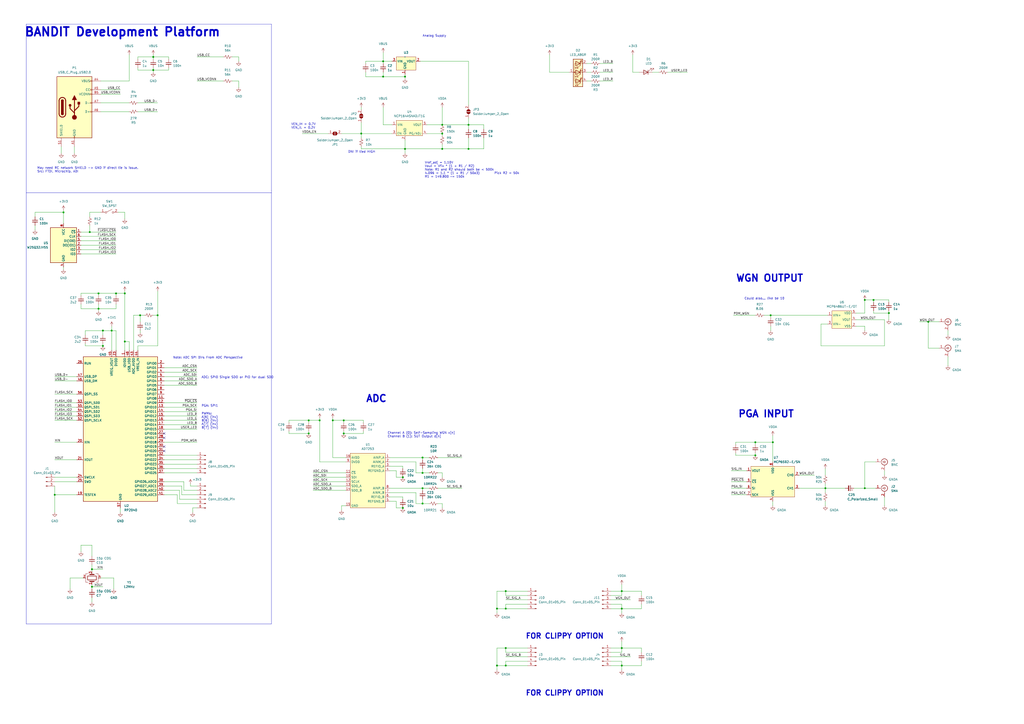
<source format=kicad_sch>
(kicad_sch (version 20230121) (generator eeschema)
  (paper "A2")
  (title_block (title "BANDIT Development Platform") (company "Team 9"))
  (junction (at 448.31 256.54))
  (junction (at 271.78 86.36))
  (junction (at 360.68 386.08))
  (junction (at 293.37 353.06))
  (junction (at 501.65 173.99))
  (junction (at 233.68 294.64))
  (junction (at 438.15 264.16))
  (junction (at 91.44 182.88))
  (junction (at 52.07 134.62))
  (junction (at 88.9 33.02))
  (junction (at 199.39 251.46))
  (junction (at 256.54 86.36))
  (junction (at 222.25 44.45))
  (junction (at 193.04 243.84))
  (junction (at 64.77 191.77))
  (junction (at 360.68 375.92))
  (junction (at 57.15 179.07))
  (junction (at 59.69 200.66))
  (junction (at 293.37 375.92))
  (junction (at 31.75 287.02))
  (junction (at 59.69 191.77))
  (junction (at 88.9 40.64))
  (junction (at 36.83 123.19))
  (junction (at 245.11 292.1))
  (junction (at 245.11 274.32))
  (junction (at 515.62 181.61))
  (junction (at 179.07 243.84))
  (junction (at 293.37 386.08))
  (junction (at 293.37 342.9))
  (junction (at 67.31 170.18))
  (junction (at 179.07 251.46))
  (junction (at 57.15 170.18))
  (junction (at 72.39 170.18))
  (junction (at 234.95 86.36))
  (junction (at 288.29 353.06))
  (junction (at 360.68 353.06))
  (junction (at 185.42 243.84))
  (junction (at 256.54 72.39))
  (junction (at 538.48 186.69))
  (junction (at 501.65 283.21))
  (junction (at 438.15 256.54))
  (junction (at 222.25 35.56))
  (junction (at 447.04 182.88))
  (junction (at 245.11 265.43))
  (junction (at 271.78 72.39))
  (junction (at 81.28 182.88))
  (junction (at 234.95 44.45))
  (junction (at 53.34 340.36))
  (junction (at 209.55 77.47))
  (junction (at 478.79 283.21))
  (junction (at 72.39 198.12))
  (junction (at 233.68 276.86))
  (junction (at 506.73 173.99))
  (junction (at 256.54 77.47))
  (junction (at 360.68 342.9))
  (junction (at 245.11 283.21))
  (junction (at 288.29 386.08))
  (junction (at 53.34 330.2))
  (junction (at 199.39 243.84))
  (no_connect (at 95.25 259.08))
  (no_connect (at 95.25 251.46))
  (no_connect (at 95.25 254))
  (no_connect (at 95.25 261.62))
  (wire (pts (xy 209.55 85.09) (xy 209.55 86.36)))
  (wire (pts (xy 95.25 274.32) (xy 114.3 274.32)))
  (wire (pts (xy 288.29 342.9) (xy 288.29 353.06)))
  (wire (pts (xy 360.68 355.6) (xy 360.68 353.06)))
  (wire (pts (xy 91.44 182.88) (xy 91.44 200.66)))
  (wire (pts (xy 438.15 256.54) (xy 426.72 256.54)))
  (wire (pts (xy 72.39 168.91) (xy 72.39 170.18)))
  (wire (pts (xy 95.25 233.68) (xy 114.3 233.68)))
  (wire (pts (xy 102.87 292.1) (xy 114.3 292.1)))
  (wire (pts (xy 425.45 182.88) (xy 438.15 182.88)))
  (wire (pts (xy 515.62 180.34) (xy 515.62 181.61)))
  (wire (pts (xy 360.68 375.92) (xy 354.33 375.92)))
  (wire (pts (xy 533.4 186.69) (xy 538.48 186.69)))
  (wire (pts (xy 271.78 86.36) (xy 280.67 86.36)))
  (wire (pts (xy 538.48 186.69) (xy 538.48 201.93)))
  (wire (pts (xy 52.07 130.81) (xy 52.07 134.62)))
  (wire (pts (xy 95.25 213.36) (xy 114.3 213.36)))
  (wire (pts (xy 167.64 243.84) (xy 179.07 243.84)))
  (wire (pts (xy 226.06 273.05) (xy 229.87 273.05)))
  (wire (pts (xy 36.83 123.19) (xy 36.83 129.54)))
  (wire (pts (xy 20.32 123.19) (xy 36.83 123.19)))
  (wire (pts (xy 234.95 86.36) (xy 234.95 88.9)))
  (wire (pts (xy 31.75 281.94) (xy 31.75 287.02)))
  (wire (pts (xy 138.43 46.99) (xy 134.62 46.99)))
  (wire (pts (xy 80.01 39.37) (xy 80.01 40.64)))
  (wire (pts (xy 226.06 267.97) (xy 241.3 267.97)))
  (wire (pts (xy 209.55 62.23) (xy 209.55 63.5)))
  (wire (pts (xy 538.48 201.93) (xy 544.83 201.93)))
  (wire (pts (xy 424.18 279.4) (xy 433.07 279.4)))
  (wire (pts (xy 226.06 265.43) (xy 245.11 265.43)))
  (wire (pts (xy 95.25 281.94) (xy 105.41 281.94)))
  (wire (pts (xy 72.39 198.12) (xy 72.39 203.2)))
  (wire (pts (xy 57.15 179.07) (xy 57.15 180.34)))
  (wire (pts (xy 288.29 353.06) (xy 293.37 353.06)))
  (wire (pts (xy 210.82 245.11) (xy 210.82 243.84)))
  (wire (pts (xy 447.04 189.23) (xy 447.04 191.77)))
  (wire (pts (xy 46.99 137.16) (xy 67.31 137.16)))
  (wire (pts (xy 46.99 147.32) (xy 67.31 147.32)))
  (wire (pts (xy 95.25 264.16) (xy 114.3 264.16)))
  (wire (pts (xy 222.25 35.56) (xy 212.09 35.56)))
  (wire (pts (xy 88.9 33.02) (xy 97.79 33.02)))
  (wire (pts (xy 64.77 191.77) (xy 64.77 203.2)))
  (wire (pts (xy 81.28 182.88) (xy 81.28 186.69)))
  (wire (pts (xy 360.68 388.62) (xy 360.68 386.08)))
  (wire (pts (xy 59.69 199.39) (xy 59.69 200.66)))
  (wire (pts (xy 49.53 191.77) (xy 59.69 191.77)))
  (wire (pts (xy 57.15 179.07) (xy 67.31 179.07)))
  (wire (pts (xy 198.12 77.47) (xy 209.55 77.47)))
  (wire (pts (xy 256.54 292.1) (xy 254 292.1)))
  (wire (pts (xy 72.39 127) (xy 72.39 123.19)))
  (wire (pts (xy 245.11 283.21) (xy 245.11 284.48)))
  (wire (pts (xy 111.76 294.64) (xy 114.3 294.64)))
  (wire (pts (xy 209.55 77.47) (xy 227.33 77.47)))
  (wire (pts (xy 209.55 71.12) (xy 209.55 77.47)))
  (wire (pts (xy 111.76 297.18) (xy 111.76 294.64)))
  (wire (pts (xy 222.25 44.45) (xy 234.95 44.45)))
  (wire (pts (xy 179.07 251.46) (xy 167.64 251.46)))
  (wire (pts (xy 340.36 36.83) (xy 342.9 36.83)))
  (wire (pts (xy 372.11 350.52) (xy 372.11 353.06)))
  (wire (pts (xy 370.84 41.91) (xy 367.03 41.91)))
  (wire (pts (xy 105.41 281.94) (xy 105.41 287.02)))
  (wire (pts (xy 448.31 290.83) (xy 448.31 293.37)))
  (wire (pts (xy 95.25 248.92) (xy 114.3 248.92)))
  (wire (pts (xy 53.34 330.2) (xy 53.34 331.47)))
  (wire (pts (xy 293.37 342.9) (xy 306.07 342.9)))
  (wire (pts (xy 447.04 182.88) (xy 447.04 184.15)))
  (wire (pts (xy 243.84 35.56) (xy 271.78 35.56)))
  (wire (pts (xy 245.11 283.21) (xy 248.92 283.21)))
  (wire (pts (xy 49.53 200.66) (xy 49.53 199.39)))
  (wire (pts (xy 293.37 381) (xy 306.07 381)))
  (wire (pts (xy 200.66 274.32) (xy 181.61 274.32)))
  (wire (pts (xy 241.3 274.32) (xy 241.3 267.97)))
  (wire (pts (xy 271.78 72.39) (xy 280.67 72.39)))
  (wire (pts (xy 88.9 33.02) (xy 88.9 34.29)))
  (wire (pts (xy 212.09 35.56) (xy 212.09 36.83)))
  (wire (pts (xy 360.68 353.06) (xy 354.33 353.06)))
  (wire (pts (xy 46.99 139.7) (xy 67.31 139.7)))
  (wire (pts (xy 95.25 223.52) (xy 114.3 223.52)))
  (wire (pts (xy 210.82 251.46) (xy 210.82 250.19)))
  (wire (pts (xy 513.08 200.66) (xy 476.25 200.66)))
  (wire (pts (xy 226.06 288.29) (xy 233.68 288.29)))
  (wire (pts (xy 247.65 77.47) (xy 256.54 77.47)))
  (wire (pts (xy 245.11 292.1) (xy 248.92 292.1)))
  (wire (pts (xy 59.69 194.31) (xy 59.69 191.77)))
  (wire (pts (xy 256.54 274.32) (xy 254 274.32)))
  (wire (pts (xy 424.18 273.05) (xy 433.07 273.05)))
  (wire (pts (xy 438.15 256.54) (xy 448.31 256.54)))
  (wire (pts (xy 53.34 327.66) (xy 53.34 330.2)))
  (wire (pts (xy 476.25 187.96) (xy 480.06 187.96)))
  (wire (pts (xy 80.01 33.02) (xy 88.9 33.02)))
  (wire (pts (xy 515.62 181.61) (xy 515.62 185.42)))
  (wire (pts (xy 40.64 335.28) (xy 48.26 335.28)))
  (wire (pts (xy 43.18 85.09) (xy 43.18 88.9)))
  (wire (pts (xy 53.34 330.2) (xy 59.69 330.2)))
  (wire (pts (xy 185.42 267.97) (xy 200.66 267.97)))
  (wire (pts (xy 53.34 339.09) (xy 53.34 340.36)))
  (wire (pts (xy 515.62 173.99) (xy 515.62 175.26)))
  (wire (pts (xy 67.31 171.45) (xy 67.31 170.18)))
  (wire (pts (xy 496.57 185.42) (xy 513.08 185.42)))
  (wire (pts (xy 360.68 350.52) (xy 360.68 353.06)))
  (wire (pts (xy 88.9 40.64) (xy 97.79 40.64)))
  (wire (pts (xy 104.14 284.48) (xy 95.25 284.48)))
  (wire (pts (xy 31.75 228.6) (xy 44.45 228.6)))
  (wire (pts (xy 167.64 245.11) (xy 167.64 243.84)))
  (wire (pts (xy 69.85 294.64) (xy 69.85 297.18)))
  (wire (pts (xy 31.75 218.44) (xy 44.45 218.44)))
  (wire (pts (xy 229.87 290.83) (xy 229.87 294.64)))
  (wire (pts (xy 95.25 243.84) (xy 114.3 243.84)))
  (wire (pts (xy 46.99 316.23) (xy 53.34 316.23)))
  (wire (pts (xy 378.46 41.91) (xy 382.27 41.91)))
  (wire (pts (xy 360.68 345.44) (xy 360.68 342.9)))
  (wire (pts (xy 102.87 287.02) (xy 102.87 292.1)))
  (wire (pts (xy 447.04 182.88) (xy 480.06 182.88)))
  (wire (pts (xy 288.29 375.92) (xy 293.37 375.92)))
  (wire (pts (xy 95.25 287.02) (xy 102.87 287.02)))
  (wire (pts (xy 372.11 345.44) (xy 372.11 342.9)))
  (wire (pts (xy 95.25 256.54) (xy 114.3 256.54)))
  (wire (pts (xy 501.65 191.77) (xy 501.65 189.23)))
  (wire (pts (xy 478.79 280.67) (xy 478.79 283.21)))
  (wire (pts (xy 293.37 353.06) (xy 306.07 353.06)))
  (wire (pts (xy 226.06 270.51) (xy 233.68 270.51)))
  (wire (pts (xy 67.31 179.07) (xy 67.31 176.53)))
  (wire (pts (xy 46.99 142.24) (xy 67.31 142.24)))
  (wire (pts (xy 513.08 273.05) (xy 513.08 275.59)))
  (wire (pts (xy 549.91 207.01) (xy 549.91 212.09)))
  (wire (pts (xy 200.66 276.86) (xy 181.61 276.86)))
  (wire (pts (xy 83.82 182.88) (xy 81.28 182.88)))
  (wire (pts (xy 199.39 251.46) (xy 210.82 251.46)))
  (wire (pts (xy 372.11 375.92) (xy 360.68 375.92)))
  (wire (pts (xy 57.15 170.18) (xy 57.15 171.45)))
  (wire (pts (xy 88.9 40.64) (xy 88.9 39.37)))
  (wire (pts (xy 114.3 46.99) (xy 129.54 46.99)))
  (wire (pts (xy 53.34 340.36) (xy 53.34 341.63)))
  (wire (pts (xy 200.66 284.48) (xy 181.61 284.48)))
  (wire (pts (xy 222.25 35.56) (xy 222.25 36.83)))
  (wire (pts (xy 57.15 179.07) (xy 46.99 179.07)))
  (wire (pts (xy 31.75 238.76) (xy 44.45 238.76)))
  (wire (pts (xy 245.11 289.56) (xy 245.11 292.1)))
  (wire (pts (xy 74.93 198.12) (xy 72.39 198.12)))
  (wire (pts (xy 426.72 262.89) (xy 426.72 264.16)))
  (wire (pts (xy 234.95 44.45) (xy 234.95 45.72)))
  (wire (pts (xy 478.79 271.78) (xy 478.79 275.59)))
  (wire (pts (xy 247.65 72.39) (xy 256.54 72.39)))
  (wire (pts (xy 31.75 243.84) (xy 44.45 243.84)))
  (wire (pts (xy 95.25 220.98) (xy 114.3 220.98)))
  (wire (pts (xy 360.68 342.9) (xy 354.33 342.9)))
  (wire (pts (xy 88.9 182.88) (xy 91.44 182.88)))
  (wire (pts (xy 288.29 375.92) (xy 288.29 386.08)))
  (wire (pts (xy 226.06 285.75) (xy 241.3 285.75)))
  (wire (pts (xy 74.93 203.2) (xy 74.93 198.12)))
  (wire (pts (xy 193.04 243.84) (xy 193.04 265.43)))
  (wire (pts (xy 80.01 40.64) (xy 88.9 40.64)))
  (wire (pts (xy 88.9 31.75) (xy 88.9 33.02)))
  (wire (pts (xy 293.37 375.92) (xy 293.37 378.46)))
  (wire (pts (xy 271.78 74.93) (xy 271.78 72.39)))
  (wire (pts (xy 66.04 341.63) (xy 66.04 335.28)))
  (wire (pts (xy 288.29 355.6) (xy 288.29 353.06)))
  (wire (pts (xy 347.98 46.99) (xy 355.6 46.99)))
  (wire (pts (xy 443.23 182.88) (xy 447.04 182.88)))
  (wire (pts (xy 95.25 238.76) (xy 114.3 238.76)))
  (wire (pts (xy 31.75 276.86) (xy 44.45 276.86)))
  (wire (pts (xy 354.33 378.46) (xy 360.68 378.46)))
  (wire (pts (xy 36.83 154.94) (xy 36.83 156.21)))
  (wire (pts (xy 360.68 339.09) (xy 360.68 342.9)))
  (wire (pts (xy 53.34 316.23) (xy 53.34 322.58)))
  (wire (pts (xy 198.12 293.37) (xy 200.66 293.37)))
  (wire (pts (xy 506.73 181.61) (xy 506.73 180.34)))
  (wire (pts (xy 46.99 134.62) (xy 52.07 134.62)))
  (wire (pts (xy 340.36 41.91) (xy 342.9 41.91)))
  (wire (pts (xy 31.75 256.54) (xy 44.45 256.54)))
  (wire (pts (xy 49.53 194.31) (xy 49.53 191.77)))
  (wire (pts (xy 513.08 288.29) (xy 513.08 293.37)))
  (wire (pts (xy 478.79 290.83) (xy 478.79 293.37)))
  (wire (pts (xy 245.11 265.43) (xy 248.92 265.43)))
  (wire (pts (xy 40.64 341.63) (xy 40.64 335.28)))
  (wire (pts (xy 179.07 250.19) (xy 179.07 251.46)))
  (wire (pts (xy 233.68 289.56) (xy 233.68 288.29)))
  (polyline (pts (xy 15.24 111.76) (xy 157.48 111.76)))
  (wire (pts (xy 229.87 273.05) (xy 229.87 276.86)))
  (polyline (pts (xy 157.48 361.95) (xy 157.48 111.76)))
  (wire (pts (xy 114.3 284.48) (xy 106.68 284.48)))
  (wire (pts (xy 372.11 383.54) (xy 372.11 386.08)))
  (wire (pts (xy 318.77 31.75) (xy 318.77 41.91)))
  (wire (pts (xy 64.77 191.77) (xy 67.31 191.77)))
  (wire (pts (xy 245.11 265.43) (xy 245.11 266.7)))
  (wire (pts (xy 81.28 182.88) (xy 77.47 182.88)))
  (wire (pts (xy 426.72 257.81) (xy 426.72 256.54)))
  (wire (pts (xy 254 265.43) (xy 267.97 265.43)))
  (wire (pts (xy 212.09 41.91) (xy 212.09 44.45)))
  (wire (pts (xy 360.68 383.54) (xy 360.68 386.08)))
  (wire (pts (xy 241.3 292.1) (xy 245.11 292.1)))
  (wire (pts (xy 501.65 173.99) (xy 501.65 181.61)))
  (wire (pts (xy 293.37 383.54) (xy 306.07 383.54)))
  (wire (pts (xy 233.68 271.78) (xy 233.68 270.51)))
  (wire (pts (xy 31.75 220.98) (xy 44.45 220.98)))
  (wire (pts (xy 288.29 342.9) (xy 293.37 342.9)))
  (wire (pts (xy 271.78 72.39) (xy 256.54 72.39)))
  (wire (pts (xy 200.66 281.94) (xy 181.61 281.94)))
  (wire (pts (xy 271.78 68.58) (xy 271.78 72.39)))
  (wire (pts (xy 95.25 246.38) (xy 114.3 246.38)))
  (wire (pts (xy 234.95 43.18) (xy 234.95 44.45)))
  (wire (pts (xy 72.39 123.19) (xy 68.58 123.19)))
  (wire (pts (xy 222.25 62.23) (xy 222.25 72.39)))
  (wire (pts (xy 199.39 250.19) (xy 199.39 251.46)))
  (wire (pts (xy 293.37 383.54) (xy 293.37 386.08)))
  (wire (pts (xy 74.93 46.99) (xy 58.42 46.99)))
  (wire (pts (xy 256.54 77.47) (xy 256.54 78.74)))
  (wire (pts (xy 80.01 200.66) (xy 80.01 203.2)))
  (wire (pts (xy 31.75 266.7) (xy 44.45 266.7)))
  (wire (pts (xy 256.54 86.36) (xy 234.95 86.36)))
  (wire (pts (xy 424.18 283.21) (xy 433.07 283.21)))
  (wire (pts (xy 241.3 292.1) (xy 241.3 285.75)))
  (wire (pts (xy 478.79 283.21) (xy 490.22 283.21)))
  (wire (pts (xy 354.33 381) (xy 365.76 381)))
  (wire (pts (xy 31.75 233.68) (xy 44.45 233.68)))
  (wire (pts (xy 347.98 41.91) (xy 355.6 41.91)))
  (wire (pts (xy 476.25 200.66) (xy 476.25 187.96)))
  (wire (pts (xy 46.99 320.04) (xy 46.99 316.23)))
  (wire (pts (xy 354.33 383.54) (xy 360.68 383.54)))
  (wire (pts (xy 179.07 245.11) (xy 179.07 243.84)))
  (wire (pts (xy 95.25 269.24) (xy 114.3 269.24)))
  (wire (pts (xy 501.65 283.21) (xy 508 283.21)))
  (wire (pts (xy 179.07 243.84) (xy 185.42 243.84)))
  (wire (pts (xy 80.01 64.77) (xy 91.44 64.77)))
  (wire (pts (xy 438.15 257.81) (xy 438.15 256.54)))
  (wire (pts (xy 31.75 236.22) (xy 44.45 236.22)))
  (wire (pts (xy 256.54 62.23) (xy 256.54 72.39)))
  (wire (pts (xy 254 283.21) (xy 267.97 283.21)))
  (wire (pts (xy 280.67 72.39) (xy 280.67 74.93)))
  (wire (pts (xy 31.75 279.4) (xy 44.45 279.4)))
  (wire (pts (xy 199.39 243.84) (xy 193.04 243.84)))
  (wire (pts (xy 229.87 294.64) (xy 233.68 294.64)))
  (wire (pts (xy 229.87 276.86) (xy 233.68 276.86)))
  (wire (pts (xy 58.42 52.07) (xy 69.85 52.07)))
  (wire (pts (xy 77.47 182.88) (xy 77.47 203.2)))
  (wire (pts (xy 81.28 191.77) (xy 81.28 193.04)))
  (wire (pts (xy 424.18 287.02) (xy 433.07 287.02)))
  (wire (pts (xy 245.11 274.32) (xy 248.92 274.32)))
  (wire (pts (xy 506.73 173.99) (xy 515.62 173.99)))
  (polyline (pts (xy 157.48 13.97) (xy 157.48 110.49)))
  (polyline (pts (xy 15.24 111.76) (xy 15.24 13.97)))
  (wire (pts (xy 67.31 170.18) (xy 72.39 170.18)))
  (wire (pts (xy 74.93 31.75) (xy 74.93 46.99)))
  (wire (pts (xy 222.25 41.91) (xy 222.25 44.45)))
  (wire (pts (xy 209.55 86.36) (xy 234.95 86.36)))
  (wire (pts (xy 256.54 294.64) (xy 256.54 292.1)))
  (wire (pts (xy 95.25 215.9) (xy 114.3 215.9)))
  (wire (pts (xy 52.07 134.62) (xy 67.31 134.62)))
  (wire (pts (xy 31.75 241.3) (xy 44.45 241.3)))
  (wire (pts (xy 234.95 81.28) (xy 234.95 86.36)))
  (wire (pts (xy 88.9 40.64) (xy 88.9 41.91)))
  (wire (pts (xy 20.32 125.73) (xy 20.32 123.19)))
  (wire (pts (xy 501.65 189.23) (xy 496.57 189.23)))
  (wire (pts (xy 58.42 54.61) (xy 69.85 54.61)))
  (wire (pts (xy 46.99 144.78) (xy 67.31 144.78)))
  (wire (pts (xy 241.3 274.32) (xy 245.11 274.32)))
  (wire (pts (xy 185.42 242.57) (xy 185.42 243.84)))
  (wire (pts (xy 200.66 279.4) (xy 181.61 279.4)))
  (wire (pts (xy 222.25 35.56) (xy 227.33 35.56)))
  (wire (pts (xy 20.32 130.81) (xy 20.32 133.35)))
  (wire (pts (xy 354.33 345.44) (xy 360.68 345.44)))
  (wire (pts (xy 288.29 388.62) (xy 288.29 386.08)))
  (wire (pts (xy 495.3 283.21) (xy 501.65 283.21)))
  (wire (pts (xy 138.43 33.02) (xy 134.62 33.02)))
  (wire (pts (xy 193.04 265.43) (xy 200.66 265.43)))
  (wire (pts (xy 198.12 295.91) (xy 198.12 293.37)))
  (wire (pts (xy 448.31 256.54) (xy 448.31 267.97)))
  (wire (pts (xy 501.65 173.99) (xy 506.73 173.99)))
  (wire (pts (xy 293.37 342.9) (xy 293.37 345.44)))
  (wire (pts (xy 293.37 350.52) (xy 293.37 353.06)))
  (wire (pts (xy 506.73 173.99) (xy 506.73 175.26)))
  (wire (pts (xy 46.99 179.07) (xy 46.99 176.53)))
  (wire (pts (xy 448.31 252.73) (xy 448.31 256.54)))
  (wire (pts (xy 80.01 33.02) (xy 80.01 34.29)))
  (wire (pts (xy 360.68 372.11) (xy 360.68 375.92)))
  (wire (pts (xy 97.79 33.02) (xy 97.79 34.29)))
  (wire (pts (xy 210.82 243.84) (xy 199.39 243.84)))
  (wire (pts (xy 185.42 243.84) (xy 185.42 267.97)))
  (wire (pts (xy 360.68 378.46) (xy 360.68 375.92)))
  (wire (pts (xy 36.83 121.92) (xy 36.83 123.19)))
  (wire (pts (xy 59.69 200.66) (xy 49.53 200.66)))
  (polyline (pts (xy 15.24 111.76) (xy 15.24 361.95)))
  (wire (pts (xy 293.37 345.44) (xy 306.07 345.44)))
  (wire (pts (xy 256.54 83.82) (xy 256.54 86.36)))
  (wire (pts (xy 280.67 86.36) (xy 280.67 80.01)))
  (wire (pts (xy 58.42 59.69) (xy 74.93 59.69)))
  (wire (pts (xy 354.33 350.52) (xy 360.68 350.52)))
  (wire (pts (xy 387.35 41.91) (xy 398.78 41.91)))
  (wire (pts (xy 80.01 59.69) (xy 91.44 59.69)))
  (wire (pts (xy 104.14 289.56) (xy 104.14 284.48)))
  (wire (pts (xy 293.37 386.08) (xy 306.07 386.08)))
  (wire (pts (xy 501.65 267.97) (xy 501.65 283.21)))
  (wire (pts (xy 110.49 280.67) (xy 110.49 281.94)))
  (wire (pts (xy 105.41 287.02) (xy 114.3 287.02)))
  (wire (pts (xy 199.39 245.11) (xy 199.39 243.84)))
  (wire (pts (xy 372.11 342.9) (xy 360.68 342.9)))
  (wire (pts (xy 372.11 353.06) (xy 360.68 353.06)))
  (wire (pts (xy 95.25 241.3) (xy 114.3 241.3)))
  (wire (pts (xy 175.26 77.47) (xy 190.5 77.47)))
  (wire (pts (xy 513.08 185.42) (xy 513.08 200.66)))
  (wire (pts (xy 31.75 287.02) (xy 44.45 287.02)))
  (wire (pts (xy 354.33 347.98) (xy 365.76 347.98)))
  (wire (pts (xy 271.78 60.96) (xy 271.78 35.56)))
  (wire (pts (xy 46.99 170.18) (xy 46.99 171.45)))
  (wire (pts (xy 347.98 36.83) (xy 355.6 36.83)))
  (wire (pts (xy 193.04 243.84) (xy 193.04 242.57)))
  (wire (pts (xy 438.15 264.16) (xy 438.15 262.89)))
  (wire (pts (xy 52.07 125.73) (xy 52.07 123.19)))
  (wire (pts (xy 293.37 378.46) (xy 306.07 378.46)))
  (wire (pts (xy 226.06 290.83) (xy 229.87 290.83)))
  (wire (pts (xy 222.25 30.48) (xy 222.25 35.56)))
  (wire (pts (xy 66.04 335.28) (xy 58.42 335.28)))
  (wire (pts (xy 97.79 40.64) (xy 97.79 39.37)))
  (wire (pts (xy 35.56 85.09) (xy 35.56 88.9)))
  (wire (pts (xy 226.06 283.21) (xy 245.11 283.21)))
  (wire (pts (xy 293.37 350.52) (xy 306.07 350.52)))
  (wire (pts (xy 64.77 189.23) (xy 64.77 191.77)))
  (wire (pts (xy 110.49 281.94) (xy 114.3 281.94)))
  (wire (pts (xy 508 267.97) (xy 501.65 267.97)))
  (wire (pts (xy 271.78 86.36) (xy 256.54 86.36)))
  (wire (pts (xy 478.79 283.21) (xy 478.79 285.75)))
  (wire (pts (xy 544.83 186.69) (xy 538.48 186.69)))
  (wire (pts (xy 95.25 218.44) (xy 114.3 218.44)))
  (polyline (pts (xy 157.48 110.49) (xy 157.48 111.76)))
  (wire (pts (xy 167.64 251.46) (xy 167.64 250.19)))
  (wire (pts (xy 138.43 50.8) (xy 138.43 46.99)))
  (wire (pts (xy 58.42 64.77) (xy 74.93 64.77)))
  (wire (pts (xy 463.55 283.21) (xy 478.79 283.21)))
  (wire (pts (xy 293.37 347.98) (xy 306.07 347.98)))
  (wire (pts (xy 53.34 340.36) (xy 59.69 340.36)))
  (wire (pts (xy 245.11 271.78) (xy 245.11 274.32)))
  (wire (pts (xy 57.15 170.18) (xy 67.31 170.18)))
  (wire (pts (xy 59.69 191.77) (xy 64.77 191.77)))
  (wire (pts (xy 57.15 170.18) (xy 46.99 170.18)))
  (wire (pts (xy 95.25 236.22) (xy 114.3 236.22)))
  (wire (pts (xy 256.54 276.86) (xy 256.54 274.32)))
  (wire (pts (xy 95.25 266.7) (xy 114.3 266.7)))
  (polyline (pts (xy 15.24 361.95) (xy 157.48 361.95)))
  (wire (pts (xy 72.39 170.18) (xy 72.39 198.12)))
  (wire (pts (xy 515.62 181.61) (xy 506.73 181.61)))
  (wire (pts (xy 549.91 191.77) (xy 549.91 194.31)))
  (wire (pts (xy 372.11 386.08) (xy 360.68 386.08)))
  (wire (pts (xy 209.55 77.47) (xy 209.55 80.01)))
  (wire (pts (xy 222.25 72.39) (xy 227.33 72.39)))
  (wire (pts (xy 31.75 297.18) (xy 31.75 287.02)))
  (wire (pts (xy 288.29 386.08) (xy 293.37 386.08)))
  (wire (pts (xy 426.72 264.16) (xy 438.15 264.16)))
  (wire (pts (xy 212.09 44.45) (xy 222.25 44.45)))
  (wire (pts (xy 106.68 284.48) (xy 106.68 279.4)))
  (wire (pts (xy 463.55 275.59) (xy 472.44 275.59)))
  (wire (pts (xy 138.43 35.56) (xy 138.43 33.02)))
  (wire (pts (xy 293.37 375.92) (xy 306.07 375.92)))
  (wire (pts (xy 340.36 46.99) (xy 342.9 46.99)))
  (wire (pts (xy 271.78 80.01) (xy 271.78 86.36)))
  (wire (pts (xy 106.68 279.4) (xy 95.25 279.4)))
  (wire (pts (xy 57.15 176.53) (xy 57.15 179.07)))
  (wire (pts (xy 95.25 271.78) (xy 114.3 271.78)))
  (wire (pts (xy 318.77 41.91) (xy 330.2 41.91)))
  (wire (pts (xy 372.11 378.46) (xy 372.11 375.92)))
  (wire (pts (xy 501.65 181.61) (xy 496.57 181.61)))
  (wire (pts (xy 360.68 386.08) (xy 354.33 386.08)))
  (wire (pts (xy 52.07 123.19) (xy 58.42 123.19)))
  (wire (pts (xy 80.01 200.66) (xy 91.44 200.66)))
  (wire (pts (xy 367.03 41.91) (xy 367.03 31.75)))
  (wire (pts (xy 67.31 191.77) (xy 67.31 203.2)))
  (polyline (pts (xy 15.24 13.97) (xy 157.48 13.97)))
  (wire (pts (xy 53.34 346.71) (xy 53.34 349.25)))
  (wire (pts (xy 91.44 168.91) (xy 91.44 182.88)))
  (wire (pts (xy 114.3 33.02) (xy 129.54 33.02)))
  (wire (pts (xy 114.3 289.56) (xy 104.14 289.56)))
  (text "PGA: SPI1" (at 116.84 236.22 0) (effects (font (size 1.27 1.27)) (justify left bottom)))
  (text "Analog Supply" (at 245.11 21.59 0) (effects (font (size 1.27 1.27)) (justify left bottom)))
  (text "PGA INPUT" (at 427.99 242.57 0) (effects (font (size 4 4) bold) (justify left bottom)))
  (text "ADC: SPI0 Single SDO or PIO for dual SDO" (at 116.84 219.71 0) (effects (font (size 1.27 1.27)) (justify left bottom)))
  (text "Note: ADC SPI Dirs From ADC Perspective" (at 100.33 208.28 0) (effects (font (size 1.27 1.27)) (justify left bottom)))
  (text "FOR CLIPPY OPTION" (at 304.8 370.84 0) (effects (font (size 3 3) (thickness 0.6) bold) (justify left bottom)))
  (text "Could also... like be 10" (at 431.8 173.99 0) (effects (font (size 1.27 1.27)) (justify left bottom)))
  (text "DNI if tied HIGH" (at 201.93 88.9 0) (effects (font (size 1.27 1.27)) (justify left bottom)))
  (text "BANDIT Development Platform" (at 13.97 21.59 0) (effects (font (size 5 5) (thickness 1) bold) (justify left bottom)))
  (text "ADC" (at 212.09 233.68 0) (effects (font (size 4 4) bold) (justify left bottom)))
  (text "VEN_IH = 0.7V\nVEN_IL = 0.2V" (at 168.91 74.93 0) (effects (font (size 1.27 1.27)) (justify left bottom)))
  (text "Channel A (0): Self-Sampling WGN x[n]\nChannel B (1): SUT Output d[n]" (at 224.79 254 0) (effects (font (size 1.27 1.27)) (justify left bottom)))
  (text "PWMs:\nA[6] (inv)\nB[6] (inv)\nA[7] (inv)\nB[7] (inv)" (at 116.84 248.92 0) (effects (font (size 1.27 1.27)) (justify left bottom)))
  (text "Vref_adj = 1.10V\nVout = Vfix * (1 + R1 / R2)\nNote: R1 and R2 should both be < 500k\n4.096 = 1.1 * (1 + R1 / 50e3)	Pick R2 = 50k\nR1 = 149,800 ~= 150k\n \n" (at 246.38 105.41 0) (effects (font (size 1.27 1.27)) (justify left bottom)))
  (text "May need RC network SHIELD -> GND if direct tie is issue.\nSrc: FTDI, Microchip, ADI" (at 21.59 100.33 0) (effects (font (size 1.27 1.27)) (justify left bottom)))
  (text "FOR CLIPPY OPTION" (at 304.8 403.86 0) (effects (font (size 3 3) (thickness 0.6) bold) (justify left bottom)))
  (text "WGN OUTPUT" (at 426.72 163.83 0) (effects (font (size 4 4) bold) (justify left bottom)))
  (label "ADC_SDI" (at 114.3 218.44 180))
  (label "WGN_OUT" (at 533.4 186.69 0))
  (label "FLASH_SCK" (at 31.75 228.6 0))
  (label "VDDA_EN" (at 175.26 77.47 0))
  (label "SIG_IN" (at 365.76 381 180))
  (label "USB_D+" (at 31.75 218.44 0))
  (label "FLASH_IO3" (at 31.75 241.3 0))
  (label "USB_CC" (at 114.3 33.02 0))
  (label "PDM_WGN" (at 425.45 182.88 0))
  (label "USB_VCONN" (at 114.3 46.99 0))
  (label "ADC_SDO_A" (at 181.61 281.94 0))
  (label "SE_SIG_B" (at 267.97 283.21 180))
  (label "~{PGA_CS}" (at 424.18 279.4 0))
  (label "XOUT" (at 59.69 340.36 180))
  (label "LED_B" (at 114.3 246.38 180))
  (label "USB_VCONN" (at 69.85 54.61 180))
  (label "XIN" (at 59.69 330.2 180))
  (label "ADC_SDO_B" (at 114.3 223.52 180))
  (label "XIN" (at 31.75 256.54 0))
  (label "FLASH_IO2" (at 31.75 238.76 0))
  (label "PGA_SCK" (at 424.18 287.02 0))
  (label "PGA_SCK" (at 114.3 236.22 180))
  (label "ADC_SCK" (at 181.61 279.4 0))
  (label "~{PGA_CS}" (at 114.3 233.68 180))
  (label "USB_CC" (at 69.85 52.07 180))
  (label "ADC_SDI" (at 181.61 276.86 0))
  (label "FLASH_SCK" (at 67.31 137.16 180))
  (label "USB_D-" (at 31.75 220.98 0))
  (label "PGA_SI" (at 114.3 238.76 180))
  (label "FLASH_SCK" (at 31.75 243.84 0))
  (label "FLASH_IO3" (at 67.31 147.32 180))
  (label "ADC_SDO_B" (at 181.61 284.48 0))
  (label "USB_D-" (at 91.44 59.69 180))
  (label "LED_R" (at 355.6 46.99 180))
  (label "WGN_OUT" (at 365.76 347.98 180))
  (label "USER_LED" (at 114.3 248.92 180))
  (label "USB_D+" (at 91.44 64.77 180))
  (label "ADC_SCK" (at 114.3 215.9 180))
  (label "LED_B" (at 355.6 36.83 180))
  (label "FLASH_IO0" (at 31.75 233.68 0))
  (label "FLASH_IO0" (at 67.31 139.7 180))
  (label "LED_G" (at 114.3 243.84 180))
  (label "USER_LED" (at 398.78 41.91 180))
  (label "ADC_CSN" (at 181.61 274.32 0))
  (label "ADC_CSN" (at 114.3 213.36 180))
  (label "LED_G" (at 355.6 41.91 180))
  (label "FLASH_IO1" (at 67.31 142.24 180))
  (label "FLASH_IO2" (at 67.31 144.78 180))
  (label "SE_SIG_A" (at 293.37 347.98 0))
  (label "LED_R" (at 114.3 241.3 180))
  (label "FLASH_IO1" (at 31.75 236.22 0))
  (label "WGN_OUT" (at 472.44 275.59 180))
  (label "PGA_SI" (at 424.18 283.21 0))
  (label "XOUT" (at 31.75 266.7 0))
  (label "WGN_OUT" (at 508 185.42 180))
  (label "SE_SIG_B" (at 293.37 381 0))
  (label "SE_SIG_A" (at 267.97 265.43 180))
  (label "SIG_IN" (at 424.18 273.05 0))
  (label "PDM_WGN" (at 114.3 256.54 180))
  (label "~{FLASH_CSN}" (at 67.31 134.62 180))
  (label "ADC_SDO_A" (at 114.3 220.98 180))
  (symbol (lib_id "Device:R_Small_US") (at 132.08 46.99 90) (unit 1)
    (property "Reference" "R11" (at 132.08 40.64 90))
    (property "Value" "56k" (at 132.08 43.18 90))
  )
  (symbol (lib_id "power:GND") (at 447.04 191.77 0) (unit 1)
    (property "Reference" "#PWR052" (effects hide))
    (property "Value" "GND" (at 447.04 196.85 0))
  )
  (symbol (lib_id "power:GNDA") (at 549.91 194.31 0) (mirror y) (unit 1)
    (property "Reference" "#PWR039" (effects hide))
    (property "Value" "GNDA" (at 554.99 196.85 0))
  )
  (symbol (lib_id "power:GND") (at 138.43 50.8 0) (unit 1)
    (property "Reference" "#PWR06" (effects hide))
    (property "Value" "GND" (at 138.43 55.88 0))
  )
  (symbol (lib_id "Device:C_Small") (at 59.69 196.85 0) (mirror y) (unit 1)
    (property "Reference" "C33" (at 57.15 195.5863 0) (effects (justify left)))
    (property "Value" "100n" (at 57.15 198.1263 0) (effects (justify left)))
  )
  (symbol (lib_id "power:GND") (at 138.43 35.56 0) (unit 1)
    (property "Reference" "#PWR020" (effects hide))
    (property "Value" "GND" (at 138.43 40.64 0))
  )
  (symbol (lib_id "power:GNDA") (at 233.68 276.86 0) (mirror y) (unit 1)
    (property "Reference" "#PWR041" (effects hide))
    (property "Value" "GNDA" (at 238.76 279.4 0))
  )
  (symbol (lib_id "power:GNDA") (at 233.68 294.64 0) (mirror y) (unit 1)
    (property "Reference" "#PWR040" (effects hide))
    (property "Value" "GNDA" (at 238.76 297.18 0))
  )
  (symbol (lib_id "Device:C_Small") (at 46.99 173.99 0) (mirror y) (unit 1)
    (property "Reference" "C37" (at 44.45 172.7263 0) (effects (justify left)))
    (property "Value" "2u2" (at 44.45 175.2663 0) (effects (justify left)))
  )
  (symbol (lib_id "Connector:Conn_01x05_Pin") (at 311.15 347.98 0) (mirror y) (unit 1)
    (property "Reference" "J10" (at 312.42 346.71 0) (effects (justify right)))
    (property "Value" "Conn_01x05_Pin" (at 312.42 349.25 0) (effects (justify right)))
  )
  (symbol (lib_id "power:GNDA") (at 256.54 294.64 0) (mirror y) (unit 1)
    (property "Reference" "#PWR042" (effects hide))
    (property "Value" "GNDA" (at 261.62 297.18 0))
  )
  (symbol (lib_id "power:GNDA") (at 448.31 293.37 0) (mirror y) (unit 1)
    (property "Reference" "#PWR046" (effects hide))
    (property "Value" "GNDA" (at 453.39 295.91 0))
  )
  (symbol (lib_id "power:GND") (at 57.15 180.34 0) (unit 1)
    (property "Reference" "#PWR054" (effects hide))
    (property "Value" "GND" (at 57.15 185.42 0))
  )
  (symbol (lib_id "BANDIT_PCB_Lib:AD7253") (at 218.44 265.43 0) (unit 1)
    (property "Reference" "U1" (at 213.36 257.81 0))
    (property "Value" "AD7253" (at 213.36 260.35 0))
    (property "Footprint" "Package_SO:TSSOP-16_4.4x5mm_P0.65mm" (effects hide))
  )
  (symbol (lib_id "Device:C_Small") (at 212.09 39.37 0) (unit 1)
    (property "Reference" "C3" (at 214.63 38.1063 0) (effects (justify left)))
    (property "Value" "100n" (at 214.63 40.6463 0) (effects (justify left)))
  )
  (symbol (lib_id "power:GND") (at 46.99 320.04 0) (mirror y) (unit 1)
    (property "Reference" "#PWR028" (effects hide))
    (property "Value" "GND" (at 46.99 325.12 0))
  )
  (symbol (lib_id "power:VBUS") (at 222.25 62.23 0) (unit 1)
    (property "Reference" "#PWR017" (effects hide))
    (property "Value" "VBUS" (at 222.25 57.15 0))
  )
  (symbol (lib_id "Device:C_Small") (at 372.11 347.98 0) (unit 1)
    (property "Reference" "C15" (at 374.65 346.7163 0) (effects (justify left)))
    (property "Value" "100n" (at 374.65 349.2563 0) (effects (justify left)))
  )
  (symbol (lib_id "Device:R_Small_US") (at 86.36 182.88 90) (unit 1)
    (property "Reference" "R13" (at 86.36 176.53 90))
    (property "Value" "200R" (at 86.36 179.07 90))
  )
  (symbol (lib_id "Device:C_Small") (at 426.72 260.35 0) (unit 1)
    (property "Reference" "C31" (at 429.26 259.0863 0) (effects (justify left)))
    (property "Value" "100n" (at 429.26 261.6263 0) (effects (justify left)))
  )
  (symbol (lib_id "Jumper:SolderJumper_2_Open") (at 194.31 77.47 0) (mirror x) (unit 1)
    (property "Reference" "JP1" (at 194.31 83.82 0))
    (property "Value" "SolderJumper_2_Open" (at 194.31 81.28 0))
  )
  (symbol (lib_id "power:VDDA") (at 360.68 372.11 0) (unit 1)
    (property "Reference" "#PWR033" (effects hide))
    (property "Value" "VDDA" (at 360.68 367.03 0))
  )
  (symbol (lib_id "Device:C_Small") (at 97.79 36.83 0) (unit 1)
    (property "Reference" "C6" (at 100.33 35.5663 0) (effects (justify left)))
    (property "Value" "100n" (at 100.33 38.1063 0) (effects (justify left)))
  )
  (symbol (lib_id "Connector:Conn_Coaxial") (at 549.91 186.69 0) (unit 1)
    (property "Reference" "J6" (at 553.72 185.7132 0) (effects (justify left)))
    (property "Value" "BNC" (at 553.72 188.2532 0) (effects (justify left)))
    (property "Datasheet" " ~" (effects hide))
  )
  (symbol (lib_id "power:+3V3") (at 367.03 31.75 0) (unit 1)
    (property "Reference" "#PWR03" (effects hide))
    (property "Value" "+3V3" (at 367.03 26.67 0))
  )
  (symbol (lib_id "power:GND") (at 31.75 297.18 0) (unit 1)
    (property "Reference" "#PWR029" (effects hide))
    (property "Value" "GND" (at 31.75 302.26 0))
  )
  (symbol (lib_id "power:+3V3") (at 185.42 242.57 0) (unit 1)
    (property "Reference" "#PWR048" (effects hide))
    (property "Value" "+3V3" (at 185.42 237.49 0))
  )
  (symbol (lib_id "power:GNDA") (at 515.62 185.42 0) (mirror y) (unit 1)
    (property "Reference" "#PWR038" (effects hide))
    (property "Value" "GNDA" (at 520.7 187.96 0))
  )
  (symbol (lib_id "Jumper:SolderJumper_2_Open") (at 209.55 67.31 270) (mirror x) (unit 1)
    (property "Reference" "JP2" (at 207.01 66.04 90) (effects (justify right)))
    (property "Value" "SolderJumper_2_Open" (at 207.01 68.58 90) (effects (justify right)))
  )
  (symbol (lib_id "Device:C_Small") (at 67.31 173.99 0) (mirror y) (unit 1)
    (property "Reference" "C35" (at 64.77 172.7263 0) (effects (justify left)))
    (property "Value" "10n" (at 64.77 175.2663 0) (effects (justify left)))
  )
  (symbol (lib_id "power:VDDA") (at 193.04 242.57 0) (unit 1)
    (property "Reference" "#PWR015" (effects hide))
    (property "Value" "VDDA" (at 193.04 237.49 0))
  )
  (symbol (lib_id "power:GND") (at 234.95 88.9 0) (unit 1)
    (property "Reference" "#PWR018" (effects hide))
    (property "Value" "GND" (at 234.95 93.98 0))
  )
  (symbol (lib_id "power:VDDA") (at 256.54 62.23 0) (unit 1)
    (property "Reference" "#PWR016" (effects hide))
    (property "Value" "VDDA" (at 256.54 57.15 0))
  )
  (symbol (lib_id "Device:C_Small") (at 506.73 177.8 0) (unit 1)
    (property "Reference" "C13" (at 509.27 176.5363 0) (effects (justify left)))
    (property "Value" "100n" (at 509.27 179.0763 0) (effects (justify left)))
  )
  (symbol (lib_id "Device:R_Small_US") (at 478.79 288.29 0) (unit 1)
    (property "Reference" "R26" (at 474.98 289.56 0))
    (property "Value" "50k" (at 474.98 287.02 0))
  )
  (symbol (lib_id "Device:C_Small") (at 438.15 260.35 0) (unit 1)
    (property "Reference" "C30" (at 440.69 259.0863 0) (effects (justify left)))
    (property "Value" "1u" (at 440.69 261.6263 0) (effects (justify left)))
  )
  (symbol (lib_id "Device:C_Small") (at 179.07 247.65 0) (mirror y) (unit 1)
    (property "Reference" "C28" (at 176.53 246.3863 0) (effects (justify left)))
    (property "Value" "100n" (at 176.53 248.9263 0) (effects (justify left)))
  )
  (symbol (lib_id "Device:R_Small_US") (at 440.69 182.88 270) (unit 1)
    (property "Reference" "R27" (at 440.69 176.53 90))
    (property "Value" "8.06" (at 440.69 179.07 90))
  )
  (symbol (lib_id "power:+3V3") (at 91.44 168.91 0) (unit 1)
    (property "Reference" "#PWR02" (effects hide))
    (property "Value" "+3V3" (at 91.44 163.83 0))
  )
  (symbol (lib_id "Device:C_Small") (at 199.39 247.65 0) (unit 1)
    (property "Reference" "C26" (at 201.93 246.3863 0) (effects (justify left)))
    (property "Value" "100n" (at 201.93 248.9263 0) (effects (justify left)))
  )
  (symbol (lib_id "Connector:USB_C_Plug_USB2.0") (at 43.18 62.23 0) (unit 1)
    (property "Reference" "P1" (at 43.18 39.37 0))
    (property "Value" "USB_C_Plug_USB2.0" (at 43.18 41.91 0))
    (property "Datasheet" "https://www.usb.org/sites/default/files/documents/usb_type-c.zip" (effects hide))
  )
  (symbol (lib_id "power:+3V3") (at 110.49 280.67 0) (unit 1)
    (property "Reference" "#PWR058" (effects hide))
    (property "Value" "+3V3" (at 114.3 278.13 0))
  )
  (symbol (lib_id "Device:C_Small") (at 515.62 177.8 0) (unit 1)
    (property "Reference" "C14" (at 518.16 176.5363 0) (effects (justify left)))
    (property "Value" "1u" (at 518.16 179.0763 0) (effects (justify left)))
  )
  (symbol (lib_id "power:VDDA") (at 478.79 271.78 0) (unit 1)
    (property "Reference" "#PWR051" (effects hide))
    (property "Value" "VDDA" (at 478.79 266.7 0))
  )
  (symbol (lib_id "Switch:SW_SPST") (at 63.5 123.19 0) (unit 1)
    (property "Reference" "SW1" (at 63.5 116.84 0))
    (property "Value" "SW_SPST" (at 63.5 119.38 0))
  )
  (symbol (lib_id "power:GNDA") (at 360.68 388.62 0) (mirror y) (unit 1)
    (property "Reference" "#PWR034" (effects hide))
    (property "Value" "GNDA" (at 365.76 391.16 0))
  )
  (symbol (lib_id "Device:R_Small_US") (at 256.54 81.28 180) (unit 1)
    (property "Reference" "R9" (at 259.08 80.01 0) (effects (justify right)))
    (property "Value" "50k" (at 259.08 82.55 0) (effects (justify right)))
  )
  (symbol (lib_id "BANDIT_PCB_Lib:MCP6486UT-E/OT") (at 487.68 177.8 0) (unit 1)
    (property "Reference" "U6" (at 488.315 175.26 0))
    (property "Value" "MCP6486UT-E/OT" (at 488.315 177.8 0))
    (property "Footprint" "Package_TO_SOT_SMD:SOT-23-5" (effects hide))
  )
  (symbol (lib_id "power:GNDA") (at 501.65 191.77 0) (mirror y) (unit 1)
    (property "Reference" "#PWR037" (effects hide))
    (property "Value" "GNDA" (at 506.73 194.31 0))
  )
  (symbol (lib_id "power:GND") (at 81.28 193.04 0) (unit 1)
    (property "Reference" "#PWR031" (effects hide))
    (property "Value" "GND" (at 81.28 198.12 0))
  )
  (symbol (lib_id "Device:R_Small_US") (at 478.79 278.13 0) (unit 1)
    (property "Reference" "R25" (at 474.98 279.4 0))
    (property "Value" "50k" (at 474.98 276.86 0))
  )
  (symbol (lib_id "Device:C_Small") (at 49.53 196.85 0) (mirror y) (unit 1)
    (property "Reference" "C34" (at 46.99 195.5863 0) (effects (justify left)))
    (property "Value" "2u2" (at 46.99 198.1263 0) (effects (justify left)))
  )
  (symbol (lib_id "power:GNDA") (at 438.15 264.16 0) (mirror y) (unit 1)
    (property "Reference" "#PWR050" (effects hide))
    (property "Value" "GNDA" (at 443.23 266.7 0))
  )
  (symbol (lib_id "Device:C_Small") (at 271.78 77.47 0) (unit 1)
    (property "Reference" "C8" (at 274.32 76.2063 0) (effects (justify left)))
    (property "Value" "100n" (at 274.32 78.7463 0) (effects (justify left)))
  )
  (symbol (lib_id "power:GND") (at 20.32 133.35 0) (unit 1)
    (property "Reference" "#PWR023" (effects hide))
    (property "Value" "GND" (at 20.32 138.43 0))
  )
  (symbol (lib_id "Device:C_Small") (at 233.68 274.32 0) (unit 1)
    (property "Reference" "C22" (at 236.22 273.0563 0) (effects (justify left)))
    (property "Value" "10u" (at 236.22 275.5963 0) (effects (justify left)))
  )
  (symbol (lib_id "Device:C_Small") (at 53.34 344.17 0) (mirror x) (unit 1)
    (property "Reference" "C7" (at 55.88 345.4337 0) (effects (justify left)))
    (property "Value" "15p COG" (at 55.88 342.8937 0) (effects (justify left)))
  )
  (symbol (lib_id "Device:C_Small") (at 210.82 247.65 0) (unit 1)
    (property "Reference" "C27" (at 213.36 246.3863 0) (effects (justify left)))
    (property "Value" "1u" (at 213.36 248.9263 0) (effects (justify left)))
  )
  (symbol (lib_id "Device:LED_ABGR") (at 335.28 41.91 180) (unit 1)
    (property "Reference" "D2" (at 335.28 29.21 0))
    (property "Value" "LED_ABGR" (at 335.28 31.75 0))
  )
  (symbol (lib_id "power:VDDA") (at 448.31 252.73 0) (unit 1)
    (property "Reference" "#PWR045" (effects hide))
    (property "Value" "VDDA" (at 448.31 247.65 0))
  )
  (symbol (lib_id "power:VBUS") (at 222.25 30.48 0) (unit 1)
    (property "Reference" "#PWR07" (effects hide))
    (property "Value" "VBUS" (at 222.25 25.4 0))
  )
  (symbol (lib_id "Device:C_Small") (at 447.04 186.69 0) (unit 1)
    (property "Reference" "C32" (at 449.58 185.4263 0) (effects (justify left)))
    (property "Value" "10n C0G" (at 449.58 187.9663 0) (effects (justify left)))
  )
  (symbol (lib_id "Device:C_Small") (at 280.67 77.47 0) (unit 1)
    (property "Reference" "C9" (at 283.21 76.2063 0) (effects (justify left)))
    (property "Value" "1u" (at 283.21 78.7463 0) (effects (justify left)))
  )
  (symbol (lib_id "Device:R_Small_US") (at 251.46 292.1 270) (unit 1)
    (property "Reference" "R21" (at 251.46 295.91 90))
    (property "Value" "10R" (at 247.65 295.91 90))
  )
  (symbol (lib_id "power:+3V3") (at 318.77 31.75 0) (unit 1)
    (property "Reference" "#PWR08" (effects hide))
    (property "Value" "+3V3" (at 318.77 26.67 0))
  )
  (symbol (lib_id "Memory_Flash:W25Q32JVSS") (at 36.83 142.24 0) (mirror y) (unit 1)
    (property "Reference" "U5" (at 27.94 140.97 0) (effects (justify left)))
    (property "Value" "W25Q32JVSS" (at 27.94 143.51 0) (effects (justify left)))
    (property "Footprint" "Package_SO:SOIC-8_5.23x5.23mm_P1.27mm" (effects hide))
    (property "Datasheet" "http://www.winbond.com/resource-files/w25q32jv%20revg%2003272018%20plus.pdf" (effects hide))
  )
  (symbol (lib_id "power:GND") (at 43.18 88.9 0) (unit 1)
    (property "Reference" "#PWR012" (effects hide))
    (property "Value" "GND" (at 43.18 93.98 0))
  )
  (symbol (lib_id "power:GNDA") (at 549.91 212.09 0) (mirror y) (unit 1)
    (property "Reference" "#PWR056" (effects hide))
    (property "Value" "GNDA" (at 554.99 214.63 0))
  )
  (symbol (lib_id "Device:C_Polarized_Small") (at 492.76 283.21 270) (mirror x) (unit 1)
    (property "Reference" "C25" (at 494.03 287.02 90))
    (property "Value" "C_Polarized_Small" (at 500.38 289.56 90))
  )
  (symbol (lib_id "Connector:Conn_01x03_Pin") (at 26.67 279.4 0) (unit 1)
    (property "Reference" "J1" (at 27.305 271.78 0))
    (property "Value" "Conn_01x03_Pin" (at 27.305 274.32 0))
  )
  (symbol (lib_id "power:GND") (at 234.95 45.72 0) (unit 1)
    (property "Reference" "#PWR014" (effects hide))
    (property "Value" "GND" (at 234.95 50.8 0))
  )
  (symbol (lib_id "BANDIT_PCB_Lib:NCP164ASNADJT1G") (at 237.49 73.66 0) (unit 1)
    (property "Reference" "U4" (at 237.49 64.77 0))
    (property "Value" "NCP164ASNADJT1G" (at 237.49 67.31 0))
    (property "Footprint" "Package_TO_SOT_SMD:SOT-23-5" (effects hide))
  )
  (symbol (lib_id "power:GND") (at 69.85 297.18 0) (unit 1)
    (property "Reference" "#PWR04" (effects hide))
    (property "Value" "GND" (at 69.85 302.26 0))
  )
  (symbol (lib_id "power:+3V3") (at 36.83 121.92 0) (unit 1)
    (property "Reference" "#PWR022" (effects hide))
    (property "Value" "+3V3" (at 36.83 116.84 0))
  )
  (symbol (lib_id "Connector:Conn_Coaxial") (at 549.91 201.93 0) (unit 1)
    (property "Reference" "J7" (at 553.72 200.9532 0) (effects (justify left)))
    (property "Value" "SMA" (at 553.72 203.4932 0) (effects (justify left)))
    (property "Datasheet" " ~" (effects hide))
  )
  (symbol (lib_id "Connector:Conn_01x06_Pin") (at 119.38 287.02 0) (mirror y) (unit 1)
    (property "Reference" "J9" (at 120.65 287.02 0) (effects (justify right)))
    (property "Value" "Conn_01x06_Pin" (at 120.65 289.56 0) (effects (justify right)))
  )
  (symbol (lib_id "Device:R_Small_US") (at 345.44 36.83 90) (unit 1)
    (property "Reference" "R1" (at 345.44 31.75 90))
    (property "Value" "200R" (at 345.44 34.29 90))
  )
  (symbol (lib_id "Device:R_Small_US") (at 345.44 46.99 90) (unit 1)
    (property "Reference" "R3" (at 345.44 52.07 90))
    (property "Value" "200R" (at 345.44 49.53 90))
  )
  (symbol (lib_id "Device:C_Small") (at 372.11 381 0) (unit 1)
    (property "Reference" "C12" (at 374.65 379.7363 0) (effects (justify left)))
    (property "Value" "100n" (at 374.65 382.2763 0) (effects (justify left)))
  )
  (symbol (lib_id "Device:C_Small") (at 88.9 36.83 0) (unit 1)
    (property "Reference" "C5" (at 91.44 35.5663 0) (effects (justify left)))
    (property "Value" "10n" (at 91.44 38.1063 0) (effects (justify left)))
  )
  (symbol (lib_id "power:VDDA") (at 360.68 339.09 0) (unit 1)
    (property "Reference" "#PWR060" (effects hide))
    (property "Value" "VDDA" (at 360.68 334.01 0))
  )
  (symbol (lib_id "power:GNDA") (at 288.29 355.6 0) (mirror y) (unit 1)
    (property "Reference" "#PWR059" (effects hide))
    (property "Value" "GNDA" (at 293.37 358.14 0))
  )
  (symbol (lib_id "Device:Crystal_GND24") (at 53.34 335.28 90) (unit 1)
    (property "Reference" "Y1" (at 74.93 337.82 90))
    (property "Value" "12MHz" (at 74.93 340.36 90))
  )
  (symbol (lib_id "power:GNDA") (at 360.68 355.6 0) (mirror y) (unit 1)
    (property "Reference" "#PWR061" (effects hide))
    (property "Value" "GNDA" (at 365.76 358.14 0))
  )
  (symbol (lib_id "Device:LED") (at 374.65 41.91 180) (unit 1)
    (property "Reference" "D1" (at 376.2375 34.29 0))
    (property "Value" "LED" (at 376.2375 36.83 0))
  )
  (symbol (lib_id "power:GND") (at 59.69 200.66 0) (unit 1)
    (property "Reference" "#PWR053" (effects hide))
    (property "Value" "GND" (at 59.69 205.74 0))
  )
  (symbol (lib_id "power:+3V3") (at 209.55 62.23 0) (unit 1)
    (property "Reference" "#PWR019" (effects hide))
    (property "Value" "+3V3" (at 209.55 57.15 0))
  )
  (symbol (lib_id "Device:R_Small_US") (at 52.07 128.27 180) (unit 1)
    (property "Reference" "R12" (at 54.61 127 0) (effects (justify right)))
    (property "Value" "1k" (at 54.61 129.54 0) (effects (justify right)))
  )
  (symbol (lib_id "power:GND") (at 53.34 349.25 0) (mirror y) (unit 1)
    (property "Reference" "#PWR027" (effects hide))
    (property "Value" "GND" (at 53.34 354.33 0))
  )
  (symbol (lib_id "Device:C_Small") (at 57.15 173.99 0) (mirror y) (unit 1)
    (property "Reference" "C36" (at 54.61 172.7263 0) (effects (justify left)))
    (property "Value" "100n" (at 54.61 175.2663 0) (effects (justify left)))
  )
  (symbol (lib_id "power:+1V1") (at 64.77 189.23 0) (unit 1)
    (property "Reference" "#PWR030" (effects hide))
    (property "Value" "+1V1" (at 64.77 184.15 0))
  )
  (symbol (lib_id "power:GNDA") (at 256.54 276.86 0) (mirror y) (unit 1)
    (property "Reference" "#PWR043" (effects hide))
    (property "Value" "GNDA" (at 261.62 279.4 0))
  )
  (symbol (lib_id "Device:R_Small_US") (at 384.81 41.91 90) (unit 1)
    (property "Reference" "R6" (at 384.81 36.83 90))
    (property "Value" "200R" (at 384.81 39.37 90))
  )
  (symbol (lib_id "power:GNDA") (at 199.39 251.46 0) (mirror y) (unit 1)
    (property "Reference" "#PWR047" (effects hide))
    (property "Value" "GNDA" (at 204.47 254 0))
  )
  (symbol (lib_id "power:VBUS") (at 88.9 31.75 0) (unit 1)
    (property "Reference" "#PWR011" (effects hide))
    (property "Value" "VBUS" (at 88.9 26.67 0))
  )
  (symbol (lib_id "Device:R_Small_US") (at 77.47 59.69 90) (unit 1)
    (property "Reference" "R4" (at 77.47 53.34 90))
    (property "Value" "27R" (at 77.47 55.88 90))
  )
  (symbol (lib_id "Connector:Conn_01x05_Pin") (at 119.38 269.24 0) (mirror y) (unit 1)
    (property "Reference" "J8" (at 120.65 267.97 0) (effects (justify right)))
    (property "Value" "Conn_01x05_Pin" (at 120.65 270.51 0) (effects (justify right)))
  )
  (symbol (lib_id "power:GND") (at 40.64 341.63 0) (mirror y) (unit 1)
    (property "Reference" "#PWR026" (effects hide))
    (property "Value" "GND" (at 40.64 346.71 0))
  )
  (symbol (lib_id "power:GND") (at 36.83 156.21 0) (unit 1)
    (property "Reference" "#PWR021" (effects hide))
    (property "Value" "GND" (at 36.83 161.29 0))
  )
  (symbol (lib_id "MCU_RaspberryPi:RP2040") (at 69.85 248.92 0) (unit 1)
    (property "Reference" "U2" (at 72.0441 293.37 0) (effects (justify left)))
    (property "Value" "RP2040" (at 72.0441 295.91 0) (effects (justify left)))
    (property "Footprint" "Package_DFN_QFN:QFN-56-1EP_7x7mm_P0.4mm_EP3.2x3.2mm" (effects hide))
    (property "Datasheet" "https://datasheets.raspberrypi.com/rp2040/rp2040-datasheet.pdf" (effects hide))
  )
  (symbol (lib_id "Device:C_Small") (at 80.01 36.83 0) (unit 1)
    (property "Reference" "C4" (at 82.55 35.5663 0) (effects (justify left)))
    (property "Value" "1u" (at 82.55 38.1063 0) (effects (justify left)))
  )
  (symbol (lib_id "Device:C_Small") (at 222.25 39.37 0) (unit 1)
    (property "Reference" "C2" (at 224.79 38.1063 0) (effects (justify left)))
    (property "Value" "1u" (at 224.79 40.6463 0) (effects (justify left)))
  )
  (symbol (lib_id "power:GND") (at 72.39 127 0) (unit 1)
    (property "Reference" "#PWR024" (effects hide))
    (property "Value" "GND" (at 72.39 132.08 0))
  )
  (symbol (lib_id "Device:C_Small") (at 245.11 287.02 0) (unit 1)
    (property "Reference" "C23" (at 247.65 285.7563 0) (effects (justify left)))
    (property "Value" "36n C0G" (at 247.65 288.2963 0) (effects (justify left)))
  )
  (symbol (lib_id "Jumper:SolderJumper_2_Open") (at 271.78 64.77 90) (unit 1)
    (property "Reference" "JP3" (at 274.32 63.5 90) (effects (justify right)))
    (property "Value" "SolderJumper_2_Open" (at 274.32 66.04 90) (effects (justify right)))
  )
  (symbol (lib_id "Connector:Conn_Coaxial") (at 513.08 267.97 0) (unit 1)
    (property "Reference" "J5" (at 516.89 266.9932 0) (effects (justify left)))
    (property "Value" "BNC" (at 516.89 269.5332 0) (effects (justify left)))
    (property "Datasheet" " ~" (effects hide))
  )
  (symbol (lib_id "Device:C_Small") (at 53.34 325.12 0) (mirror x) (unit 1)
    (property "Reference" "C10" (at 55.88 326.3837 0) (effects (justify left)))
    (property "Value" "15p COG" (at 55.88 323.8437 0) (effects (justify left)))
  )
  (symbol (lib_id "power:GNDA") (at 288.29 388.62 0) (mirror y) (unit 1)
    (property "Reference" "#PWR032" (effects hide))
    (property "Value" "GNDA" (at 293.37 391.16 0))
  )
  (symbol (lib_id "Device:R_Small_US") (at 345.44 41.91 90) (unit 1)
    (property "Reference" "R2" (at 345.44 39.37 90))
    (property "Value" "200R" (at 345.44 44.45 90))
  )
  (symbol (lib_id "power:GND") (at 111.76 297.18 0) (unit 1)
    (property "Reference" "#PWR057" (effects hide))
    (property "Value" "GND" (at 111.76 302.26 0))
  )
  (symbol (lib_id "BANDIT_PCB_Lib:AP2210N-4.0TRG1") (at 234.95 33.02 0) (unit 1)
    (property "Reference" "U3" (at 235.585 30.48 0))
    (property "Value" "~" (at 234.95 33.02 0))
  )
  (symbol (lib_id "Device:C_Small") (at 20.32 128.27 0) (unit 1)
    (property "Reference" "C1" (at 22.86 127.0063 0) (effects (justify left)))
    (property "Value" "100n" (at 22.86 129.5463 0) (effects (justify left)))
  )
  (symbol (lib_id "Device:C_Small") (at 245.11 269.24 0) (unit 1)
    (property "Reference" "C24" (at 247.65 267.9763 0) (effects (justify left)))
    (property "Value" "36n C0G" (at 247.65 270.5163 0) (effects (justify left)))
  )
  (symbol (lib_id "Connector:Conn_01x05_Pin") (at 349.25 381 0) (unit 1)
    (property "Reference" "J4" (at 347.98 379.73 0) (effects (justify right)))
    (property "Value" "Conn_01x05_Pin" (at 347.98 382.27 0) (effects (justify right)))
  )
  (symbol (lib_id "Device:C_Small") (at 81.28 189.23 0) (unit 1)
    (property "Reference" "C11" (at 83.82 187.9663 0) (effects (justify left)))
    (property "Value" "2u2" (at 83.82 190.5063 0) (effects (justify left)))
  )
  (symbol (lib_id "Connector:Conn_01x05_Pin") (at 349.25 347.98 0) (unit 1)
    (property "Reference" "J11" (at 347.98 346.71 0) (effects (justify right)))
    (property "Value" "Conn_01x05_Pin" (at 347.98 349.25 0) (effects (justify right)))
  )
  (symbol (lib_id "Connector:Conn_Coaxial") (at 513.08 283.21 0) (unit 1)
    (property "Reference" "J2" (at 516.89 282.2332 0) (effects (justify left)))
    (property "Value" "SMA" (at 516.89 284.7732 0) (effects (justify left)))
    (property "Datasheet" " ~" (effects hide))
  )
  (symbol (lib_id "power:GND") (at 179.07 251.46 0) (unit 1)
    (property "Reference" "#PWR049" (effects hide))
    (property "Value" "GND" (at 179.07 256.54 0))
  )
  (symbol (lib_id "Device:R_Small_US") (at 77.47 64.77 90) (mirror x) (unit 1)
    (property "Reference" "R5" (at 77.47 71.12 90))
    (property "Value" "27R" (at 77.47 68.58 90))
  )
  (symbol (lib_id "power:VDDA") (at 501.65 173.99 0) (unit 1)
    (property "Reference" "#PWR036" (effects hide))
    (property "Value" "VDDA" (at 501.65 168.91 0))
  )
  (symbol (lib_id "power:VBUS") (at 74.93 31.75 0) (unit 1)
    (property "Reference" "#PWR09" (effects hide))
    (property "Value" "VBUS" (at 74.93 26.67 0))
  )
  (symbol (lib_id "Device:R_Small_US") (at 251.46 265.43 270) (mirror x) (unit 1)
    (property "Reference" "R23" (at 251.46 259.08 90))
    (property "Value" "10R" (at 251.46 261.62 90))
  )
  (symbol (lib_id "power:GND") (at 35.56 88.9 0) (unit 1)
    (property "Reference" "#PWR013" (effects hide))
    (property "Value" "GND" (at 35.56 93.98 0))
  )
  (symbol (lib_id "Device:C_Small") (at 167.64 247.65 0) (mirror y) (unit 1)
    (property "Reference" "C29" (at 165.1 246.3863 0) (effects (justify left)))
    (property "Value" "1u" (at 165.1 248.9263 0) (effects (justify left)))
  )
  (symbol (lib_id "power:GND") (at 198.12 295.91 0) (unit 1)
    (property "Reference" "#PWR05" (effects hide))
    (property "Value" "GND" (at 198.12 300.99 0))
  )
  (symbol (lib_id "power:GNDA") (at 513.08 293.37 0) (mirror y) (unit 1)
    (property "Reference" "#PWR055" (effects hide))
    (property "Value" "GNDA" (at 518.16 295.91 0))
  )
  (symbol (lib_id "Device:R_Small_US") (at 209.55 82.55 180) (unit 1)
    (property "Reference" "R7" (at 212.09 81.28 0) (effects (justify right)))
    (property "Value" "10k" (at 212.09 83.82 0) (effects (justify right)))
  )
  (symbol (lib_id "power:GND") (at 88.9 41.91 0) (unit 1)
    (property "Reference" "#PWR010" (effects hide))
    (property "Value" "GND" (at 88.9 46.99 0))
  )
  (symbol (lib_id "Device:C_Small") (at 233.68 292.1 0) (unit 1)
    (property "Reference" "C21" (at 236.22 290.8363 0) (effects (justify left)))
    (property "Value" "10u" (at 236.22 293.3763 0) (effects (justify left)))
  )
  (symbol (lib_id "Device:R_Small_US") (at 251.46 274.32 270) (unit 1)
    (property "Reference" "R24" (at 251.46 280.67 90))
    (property "Value" "10R" (at 247.65 276.86 90))
  )
  (symbol (lib_id "BANDIT_PCB_Lib:MCP6S92-E/SN") (at 448.31 267.97 0) (mirror y) (unit 1)
    (property "Reference" "U7" (at 448.6559 265.43 0) (effects (justify right)))
    (property "Value" "MCP6S92-E/SN" (at 448.6559 267.97 0) (effects (justify right)))
    (property "Footprint" "Package_SO:SOIC-8_3.9x4.9mm_P1.27mm" (effects hide))
  )
  (symbol (lib_id "power:GNDA") (at 478.79 293.37 0) (mirror y) (unit 1)
    (property "Reference" "#PWR044" (effects hide))
    (property "Value" "GNDA" (at 483.87 295.91 0))
  )
  (symbol (lib_id "Device:R_Small_US") (at 256.54 74.93 180) (unit 1)
    (property "Reference" "R8" (at 259.08 73.66 0) (effects (justify right)))
    (property "Value" "150k" (at 259.08 76.2 0) (effects (justify right)))
  )
  (symbol (lib_id "Device:R_Small_US") (at 251.46 283.21 270) (mirror x) (unit 1)
    (property "Reference" "R22" (at 251.46 276.86 90))
    (property "Value" "10R" (at 247.65 280.67 90))
  )
  (symbol (lib_id "power:GNDA") (at 513.08 275.59 0) (mirror y) (unit 1)
    (property "Reference" "#PWR035" (effects hide))
    (property "Value" "GNDA" (at 518.16 278.13 0))
  )
  (symbol (lib_id "Connector:Conn_01x05_Pin") (at 311.15 381 0) (mirror y) (unit 1)
    (property "Reference" "J3" (at 312.42 379.73 0) (effects (justify right)))
    (property "Value" "Conn_01x05_Pin" (at 312.42 382.27 0) (effects (justify right)))
  )
  (symbol (lib_id "Device:R_Small_US") (at 132.08 33.02 90) (unit 1)
    (property "Reference" "R10" (at 132.08 26.67 90))
    (property "Value" "56k" (at 132.08 29.21 90))
  )
  (symbol (lib_id "power:GND") (at 66.04 341.63 0) (unit 1)
    (property "Reference" "#PWR025" (effects hide))
    (property "Value" "GND" (at 66.04 346.71 0))
  )
  (symbol (lib_id "power:+3V3") (at 72.39 168.91 0) (unit 1)
    (property "Reference" "#PWR01" (effects hide))
    (property "Value" "+3V3" (at 72.39 163.83 0))
  )
)
</source>
